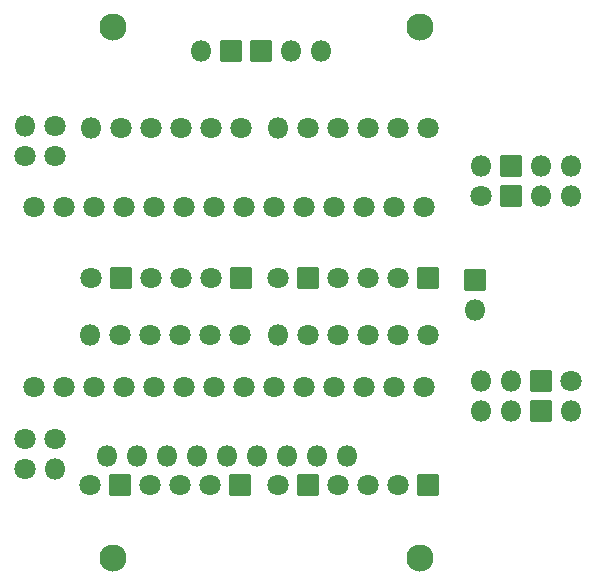
<source format=gbs>
G04 #@! TF.GenerationSoftware,KiCad,Pcbnew,7.0.5*
G04 #@! TF.CreationDate,2023-07-17T11:56:54-04:00*
G04 #@! TF.ProjectId,Tadpole,54616470-6f6c-4652-9e6b-696361645f70,rev?*
G04 #@! TF.SameCoordinates,Original*
G04 #@! TF.FileFunction,Soldermask,Bot*
G04 #@! TF.FilePolarity,Negative*
%FSLAX46Y46*%
G04 Gerber Fmt 4.6, Leading zero omitted, Abs format (unit mm)*
G04 Created by KiCad (PCBNEW 7.0.5) date 2023-07-17 11:56:54*
%MOMM*%
%LPD*%
G01*
G04 APERTURE LIST*
G04 Aperture macros list*
%AMRoundRect*
0 Rectangle with rounded corners*
0 $1 Rounding radius*
0 $2 $3 $4 $5 $6 $7 $8 $9 X,Y pos of 4 corners*
0 Add a 4 corners polygon primitive as box body*
4,1,4,$2,$3,$4,$5,$6,$7,$8,$9,$2,$3,0*
0 Add four circle primitives for the rounded corners*
1,1,$1+$1,$2,$3*
1,1,$1+$1,$4,$5*
1,1,$1+$1,$6,$7*
1,1,$1+$1,$8,$9*
0 Add four rect primitives between the rounded corners*
20,1,$1+$1,$2,$3,$4,$5,0*
20,1,$1+$1,$4,$5,$6,$7,0*
20,1,$1+$1,$6,$7,$8,$9,0*
20,1,$1+$1,$8,$9,$2,$3,0*%
G04 Aperture macros list end*
%ADD10C,1.800000*%
%ADD11O,1.800000X1.800000*%
%ADD12RoundRect,0.050000X-0.850000X0.850000X-0.850000X-0.850000X0.850000X-0.850000X0.850000X0.850000X0*%
%ADD13C,2.300000*%
%ADD14RoundRect,0.050000X0.850000X-0.850000X0.850000X0.850000X-0.850000X0.850000X-0.850000X-0.850000X0*%
%ADD15RoundRect,0.050000X-0.850000X-0.850000X0.850000X-0.850000X0.850000X0.850000X-0.850000X0.850000X0*%
G04 APERTURE END LIST*
D10*
X160731200Y-104013000D03*
D11*
X160731200Y-106553000D03*
D12*
X158191200Y-104013000D03*
X158191200Y-106553000D03*
D11*
X155651200Y-104013000D03*
X155651200Y-106553000D03*
X153111200Y-104013000D03*
X153111200Y-106553000D03*
D13*
X122000000Y-119000000D03*
D11*
X139573000Y-76073000D03*
X137033000Y-76073000D03*
D12*
X134493000Y-76073000D03*
X131953000Y-76073000D03*
D11*
X129413000Y-76073000D03*
X141743600Y-110337600D03*
X139203600Y-110337600D03*
X136663600Y-110337600D03*
X134123600Y-110337600D03*
X131583600Y-110337600D03*
X129043600Y-110337600D03*
X126503600Y-110337600D03*
X123963600Y-110337600D03*
X121423600Y-110337600D03*
D10*
X114503200Y-84963000D03*
D11*
X114503200Y-82423000D03*
D10*
X117043200Y-84963000D03*
X117043200Y-82423000D03*
X153131200Y-88327000D03*
D11*
X153131200Y-85787000D03*
D14*
X155671200Y-88327000D03*
X155671200Y-85787000D03*
D11*
X158211200Y-88327000D03*
X158211200Y-85787000D03*
X160751200Y-88327000D03*
X160751200Y-85787000D03*
D15*
X152597000Y-95397400D03*
D11*
X152597000Y-97937400D03*
D13*
X148000000Y-74000000D03*
D10*
X117043200Y-108864400D03*
D11*
X117043200Y-111404400D03*
D10*
X114503200Y-108864400D03*
X114503200Y-111404400D03*
D13*
X148000000Y-119000000D03*
D10*
X117815200Y-104521000D03*
X120355200Y-104521000D03*
X122895200Y-104521000D03*
X125435200Y-104521000D03*
X120355200Y-89281000D03*
X127975200Y-104521000D03*
X130515200Y-104521000D03*
X133055200Y-104521000D03*
X135595200Y-104521000D03*
X138135200Y-104521000D03*
X140675200Y-104521000D03*
X143215200Y-104521000D03*
X145755200Y-104521000D03*
X148295200Y-104521000D03*
X148295200Y-89281000D03*
X145755200Y-89281000D03*
X143215200Y-89281000D03*
X140675200Y-89281000D03*
X138135200Y-89281000D03*
X135595200Y-89281000D03*
X133055200Y-89281000D03*
X130515200Y-89281000D03*
X127975200Y-89281000D03*
X125435200Y-89281000D03*
X122895200Y-89281000D03*
X117815200Y-89281000D03*
X115275200Y-104521000D03*
X115275200Y-89281000D03*
D13*
X122000000Y-74000000D03*
D11*
X119999600Y-100076000D03*
D10*
X122539600Y-100076000D03*
X125079600Y-100076000D03*
X127619600Y-100076000D03*
X130159600Y-100076000D03*
X132699600Y-100076000D03*
X119999600Y-112776000D03*
D12*
X122539600Y-112776000D03*
D10*
X125079600Y-112776000D03*
X127619600Y-112776000D03*
X130159600Y-112776000D03*
D12*
X132699600Y-112776000D03*
D11*
X120101200Y-82524600D03*
D10*
X122641200Y-82524600D03*
X125181200Y-82524600D03*
X127721200Y-82524600D03*
X130261200Y-82524600D03*
X132801200Y-82524600D03*
X120101200Y-95224600D03*
D12*
X122641200Y-95224600D03*
D10*
X125181200Y-95224600D03*
X127721200Y-95224600D03*
X130261200Y-95224600D03*
D12*
X132801200Y-95224600D03*
D11*
X135976200Y-100076000D03*
D10*
X138516200Y-100076000D03*
X141056200Y-100076000D03*
X143596200Y-100076000D03*
X146136200Y-100076000D03*
X148676200Y-100076000D03*
X135976200Y-112776000D03*
D12*
X138516200Y-112776000D03*
D10*
X141056200Y-112776000D03*
X143596200Y-112776000D03*
X146136200Y-112776000D03*
D12*
X148676200Y-112776000D03*
D11*
X135976200Y-82524600D03*
D10*
X138516200Y-82524600D03*
X141056200Y-82524600D03*
X143596200Y-82524600D03*
X146136200Y-82524600D03*
X148676200Y-82524600D03*
X135976200Y-95224600D03*
D12*
X138516200Y-95224600D03*
D10*
X141056200Y-95224600D03*
X143596200Y-95224600D03*
X146136200Y-95224600D03*
D12*
X148676200Y-95224600D03*
M02*

</source>
